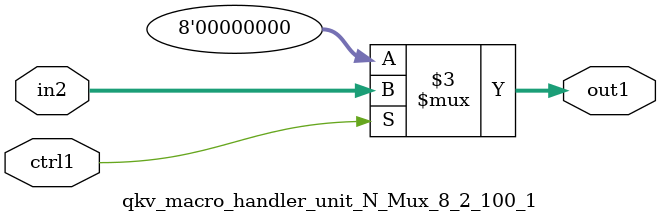
<source format=v>

`timescale 1ps / 1ps


module qkv_macro_handler_unit_N_Mux_8_2_100_1( in2, ctrl1, out1 );

    input [7:0] in2;
    input ctrl1;
    output [7:0] out1;
    reg [7:0] out1;

    
    // rtl_process:qkv_macro_handler_unit_N_Mux_8_2_100_1/qkv_macro_handler_unit_N_Mux_8_2_100_1_thread_1
    always @*
      begin : qkv_macro_handler_unit_N_Mux_8_2_100_1_thread_1
        case (ctrl1) 
          1'b1: 
            begin
              out1 = in2;
            end
          default: 
            begin
              out1 = 8'd000;
            end
        endcase
      end

endmodule



</source>
